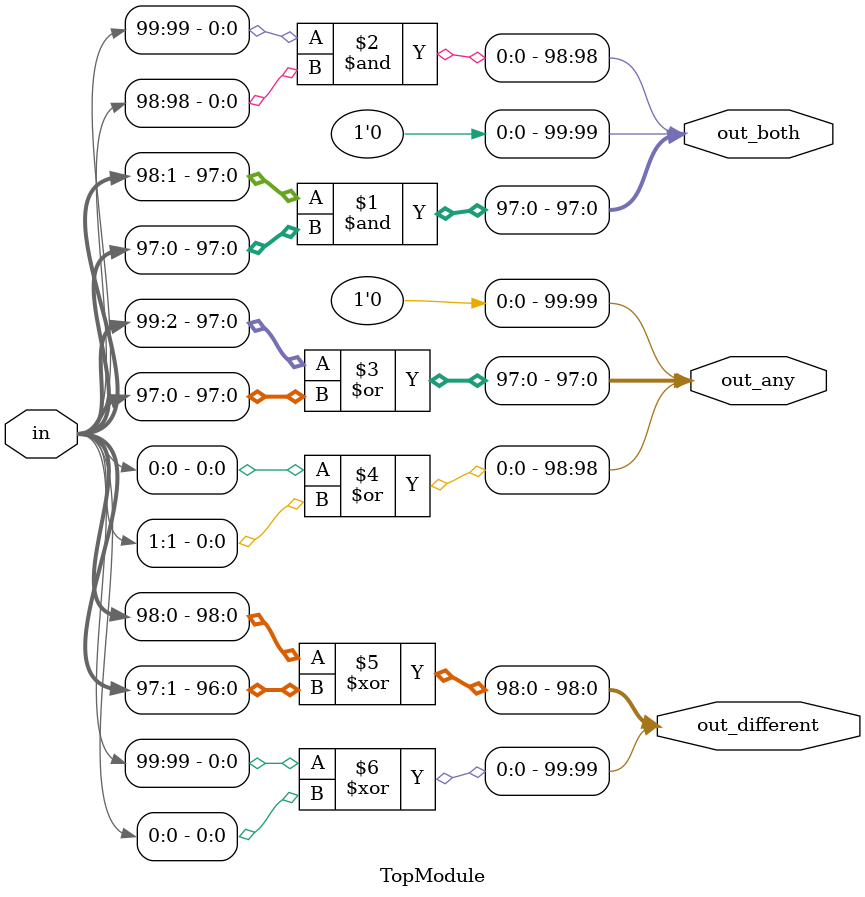
<source format=v>
module TopModule (
  input  [99:0] in,
  output [99:0] out_both,
  output [99:0] out_any,
  output [99:0] out_different
);

  assign out_both[99:0] = {in[99] & in[98], in[98:1] & in[97:0]};

  assign out_any[99:0] = {in[0] | in[1], in[99:2] | in[97:0]};

  assign out_different[99:0] = {in[99] ^ in[0], in[98:0] ^ in[97:1]};

endmodule


</source>
